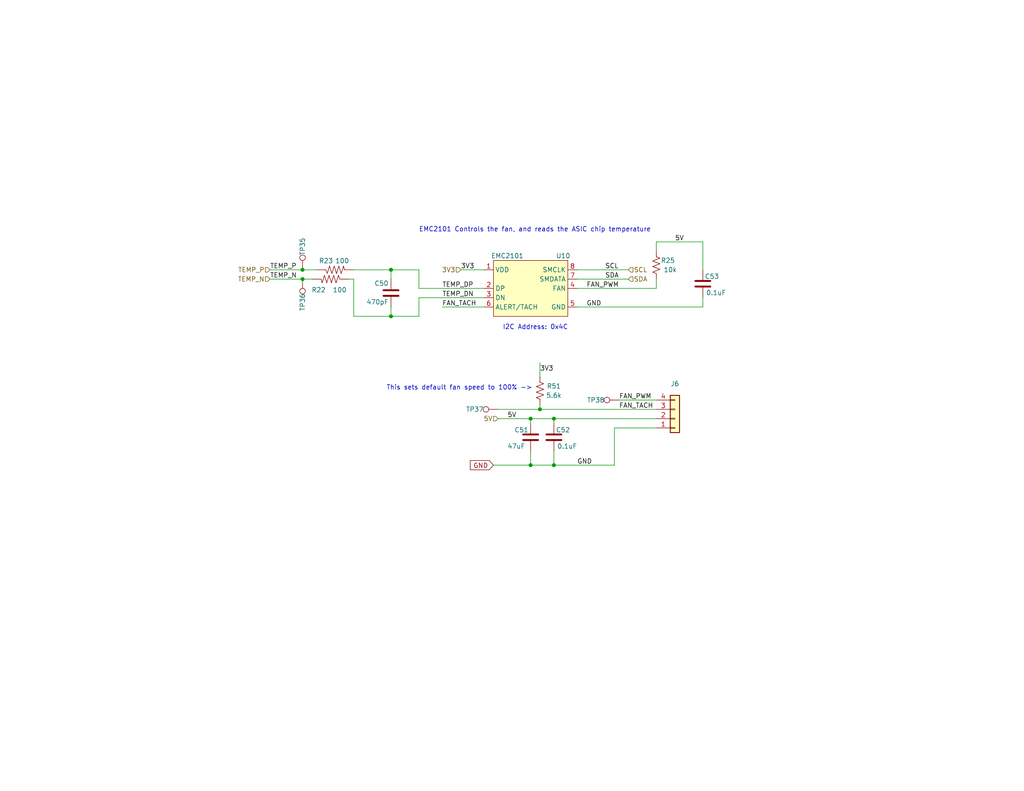
<source format=kicad_sch>
(kicad_sch (version 20231120) (generator "eeschema") (generator_version "8.0")
  (paper "A")
  (title_block (title "bitaxeSupra") (date "2024-04-07") (rev "402"))
  (lib_symbols
    (symbol "Connector:TestPoint" (pin_numbers hide) (pin_names (offset 0.762) hide)
      (property "Reference" "TP" (at 0 6.858 0))
      (property "Value" "TestPoint" (at 0 5.08 0))
      (symbol "TestPoint_0_1"
        (circle (center 0 3.302) (radius 0.762))
      )
      (symbol "TestPoint_1_1"
        (pin passive line (at 0 0 90) (length 2.54) (name "1") (number "1"))
      )
    )
    (symbol "Connector_Generic:Conn_01x04" (pin_names (offset 1.016) hide)
      (property "Reference" "J" (at 0 5.08 0))
      (property "Value" "Conn_01x04" (at 0 -7.62 0))
      (symbol "Conn_01x04_1_1"
        (rectangle (start -1.27 -4.953) (end 0 -5.207) (stroke (width 0.1524)))
        (rectangle (start -1.27 -2.413) (end 0 -2.667) (stroke (width 0.1524)))
        (rectangle (start -1.27 0.127) (end 0 -0.127) (stroke (width 0.1524)))
        (rectangle (start -1.27 2.667) (end 0 2.413) (stroke (width 0.1524)))
        (rectangle (start -1.27 3.81) (end 1.27 -6.35) (stroke (width 0.254)) (fill (type background)))
        (pin passive line (at -5.08 2.54 0) (length 3.81) (name "Pin_1") (number "1"))
        (pin passive line (at -5.08 0 0) (length 3.81) (name "Pin_2") (number "2"))
        (pin passive line (at -5.08 -2.54 0) (length 3.81) (name "Pin_3") (number "3"))
        (pin passive line (at -5.08 -5.08 0) (length 3.81) (name "Pin_4") (number "4"))
      )
    )
    (symbol "DayMiner-eagle-import:RESISTOR0402-RES"
      (property "Reference" "R" (at -3.81 1.4986 0))
      (property "Value" "RESISTOR0402-RES" (at -3.81 -3.302 0))
      (symbol "RESISTOR0402-RES_1_0"
        (polyline (pts (xy -2.54 0) (xy -2.159 1.016)) (stroke (width 0.1524)))
        (polyline (pts (xy -2.159 1.016) (xy -1.524 -1.016)) (stroke (width 0.1524)))
        (polyline (pts (xy -1.524 -1.016) (xy -0.889 1.016)) (stroke (width 0.1524)))
        (polyline (pts (xy -0.889 1.016) (xy -0.254 -1.016)) (stroke (width 0.1524)))
        (polyline (pts (xy -0.254 -1.016) (xy 0.381 1.016)) (stroke (width 0.1524)))
        (polyline (pts (xy 0.381 1.016) (xy 1.016 -1.016)) (stroke (width 0.1524)))
        (polyline (pts (xy 1.016 -1.016) (xy 1.651 1.016)) (stroke (width 0.1524)))
        (polyline (pts (xy 1.651 1.016) (xy 2.286 -1.016)) (stroke (width 0.1524)))
        (polyline (pts (xy 2.286 -1.016) (xy 2.54 0)) (stroke (width 0.1524)))
        (pin passive line (at -5.08 0 0) (length 2.54) (name "1") (number "1"))
        (pin passive line (at 5.08 0 180) (length 2.54) (name "2") (number "2"))
      )
    )
    (symbol "Device:C" (pin_numbers hide) (pin_names (offset 0.254))
      (property "Reference" "C" (at 0.635 2.54 0))
      (property "Value" "C" (at 0.635 -2.54 0))
      (symbol "C_0_1"
        (polyline (pts (xy -2.032 -0.762) (xy 2.032 -0.762)) (stroke (width 0.508)))
        (polyline (pts (xy -2.032 0.762) (xy 2.032 0.762)) (stroke (width 0.508)))
      )
      (symbol "C_1_1"
        (pin passive line (at 0 3.81 270) (length 2.794) (name "~") (number "1"))
        (pin passive line (at 0 -3.81 90) (length 2.794) (name "~") (number "2"))
      )
    )
    (symbol "Device:R_US" (pin_numbers hide) (pin_names (offset 0))
      (property "Reference" "R" (at 2.54 0 90))
      (property "Value" "R_US" (at -2.54 0 90))
      (symbol "R_US_0_1"
        (polyline (pts (xy 0 -2.286) (xy 0 -2.54)))
        (polyline (pts (xy 0 2.286) (xy 0 2.54)))
        (polyline (pts (xy 0 -0.762) (xy 1.016 -1.143) (xy 0 -1.524) (xy -1.016 -1.905) (xy 0 -2.286)))
        (polyline (pts (xy 0 0.762) (xy 1.016 0.381) (xy 0 0) (xy -1.016 -0.381) (xy 0 -0.762)))
        (polyline (pts (xy 0 2.286) (xy 1.016 1.905) (xy 0 1.524) (xy -1.016 1.143) (xy 0 0.762)))
      )
      (symbol "R_US_1_1"
        (pin passive line (at 0 3.81 270) (length 1.27) (name "~") (number "1"))
        (pin passive line (at 0 -3.81 90) (length 1.27) (name "~") (number "2"))
      )
    )
    (symbol "bitaxe:EMC2101"
      (property "Reference" "U7" (at 8.89 8.89 0))
      (property "Value" "EMC2101" (at -6.35 8.89 0))
      (symbol "EMC2101_0_1"
        (rectangle (start -10.16 7.62) (end 10.16 -7.62) (stroke (width 0.1524)) (fill (type background)))
      )
      (symbol "EMC2101_1_1"
        (pin power_in line (at -12.7 5.08 0) (length 2.54) (name "VDD") (number "1"))
        (pin input line (at -12.7 0 0) (length 2.54) (name "DP") (number "2"))
        (pin input line (at -12.7 -2.54 0) (length 2.54) (name "DN") (number "3"))
        (pin output line (at 12.7 0 180) (length 2.54) (name "FAN") (number "4"))
        (pin power_in line (at 12.7 -5.08 180) (length 2.54) (name "GND") (number "5"))
        (pin input line (at -12.7 -5.08 0) (length 2.54) (name "ALERT/TACH") (number "6"))
        (pin input line (at 12.7 2.54 180) (length 2.54) (name "SMDATA") (number "7"))
        (pin input line (at 12.7 5.08 180) (length 2.54) (name "SMCLK") (number "8"))
      )
    )
  )
  (junction (at 82.55 73.66))
  (junction (at 82.55 76.2))
  (junction (at 151.13 114.3))
  (junction (at 106.68 86.36))
  (junction (at 147.32 111.76))
  (junction (at 144.78 114.3))
  (junction (at 106.68 73.66))
  (junction (at 144.78 127))
  (junction (at 151.13 127))
  (wire (pts (xy 157.48 73.66) (xy 171.45 73.66)))
  (wire (pts (xy 144.78 123.19) (xy 144.78 127)))
  (wire (pts (xy 132.08 78.74) (xy 114.3 78.74)))
  (wire (pts (xy 135.89 111.76) (xy 147.32 111.76)))
  (wire (pts (xy 144.78 127) (xy 151.13 127)))
  (wire (pts (xy 179.07 66.04) (xy 191.77 66.04)))
  (wire (pts (xy 120.65 83.82) (xy 132.08 83.82)))
  (wire (pts (xy 147.32 111.76) (xy 179.07 111.76)))
  (wire (pts (xy 157.48 76.2) (xy 171.45 76.2)))
  (wire (pts (xy 144.78 114.3) (xy 151.13 114.3)))
  (wire (pts (xy 114.3 81.28) (xy 114.3 86.36)))
  (wire (pts (xy 125.73 73.66) (xy 132.08 73.66)))
  (wire (pts (xy 167.64 116.84) (xy 167.64 127)))
  (wire (pts (xy 191.77 81.28) (xy 191.77 83.82)))
  (wire (pts (xy 82.55 73.66) (xy 86.36 73.66)))
  (wire (pts (xy 191.77 66.04) (xy 191.77 73.66)))
  (wire (pts (xy 96.52 86.36) (xy 106.68 86.36)))
  (wire (pts (xy 179.07 66.04) (xy 179.07 68.58)))
  (wire (pts (xy 96.52 76.2) (xy 96.52 86.36)))
  (wire (pts (xy 151.13 114.3) (xy 179.07 114.3)))
  (wire (pts (xy 114.3 73.66) (xy 106.68 73.66)))
  (wire (pts (xy 151.13 114.3) (xy 151.13 115.57)))
  (wire (pts (xy 114.3 86.36) (xy 106.68 86.36)))
  (wire (pts (xy 179.07 78.74) (xy 179.07 76.2)))
  (wire (pts (xy 167.64 116.84) (xy 179.07 116.84)))
  (wire (pts (xy 96.52 76.2) (xy 95.25 76.2)))
  (wire (pts (xy 168.91 109.22) (xy 179.07 109.22)))
  (wire (pts (xy 157.48 83.82) (xy 191.77 83.82)))
  (wire (pts (xy 82.55 76.2) (xy 85.09 76.2)))
  (wire (pts (xy 147.32 110.49) (xy 147.32 111.76)))
  (wire (pts (xy 132.08 81.28) (xy 114.3 81.28)))
  (wire (pts (xy 106.68 73.66) (xy 106.68 76.2)))
  (wire (pts (xy 157.48 78.74) (xy 179.07 78.74)))
  (wire (pts (xy 135.89 114.3) (xy 144.78 114.3)))
  (wire (pts (xy 134.62 127) (xy 144.78 127)))
  (wire (pts (xy 144.78 114.3) (xy 144.78 115.57)))
  (wire (pts (xy 151.13 127) (xy 167.64 127)))
  (wire (pts (xy 114.3 78.74) (xy 114.3 73.66)))
  (wire (pts (xy 106.68 83.82) (xy 106.68 86.36)))
  (wire (pts (xy 73.66 76.2) (xy 82.55 76.2)))
  (wire (pts (xy 147.32 99.06) (xy 147.32 102.87)))
  (wire (pts (xy 106.68 73.66) (xy 96.52 73.66)))
  (wire (pts (xy 151.13 123.19) (xy 151.13 127)))
  (wire (pts (xy 73.66 73.66) (xy 82.55 73.66)))
  (text "EMC2101 Controls the fan, and reads the ASIC chip temperature" (at 114.3 63.5 0) (effects (font (size 1.27 1.27)) (justify left bottom)))
  (text "This sets default fan speed to 100% ->" (at 105.41 106.68 0) (effects (font (size 1.27 1.27)) (justify left bottom)))
  (text "I2C Address: 0x4C" (at 137.16 90.17 0) (effects (font (size 1.27 1.27)) (justify left bottom)))
  (label "5V" (at 184.15 66.04 0))
  (label "FAN_PWM" (at 160.02 78.74 0))
  (label "TEMP_DN" (at 120.65 81.28 0))
  (label "GND" (at 160.02 83.82 0))
  (label "TEMP_P" (at 73.66 73.66 0))
  (label "SCL" (at 165.1 73.66 0))
  (label "3V3" (at 147.32 101.6 0))
  (label "FAN_TACH" (at 120.65 83.82 0))
  (label "GND" (at 157.48 127 0))
  (label "FAN_PWM" (at 168.91 109.22 0))
  (label "3V3" (at 125.73 73.66 0))
  (label "5V" (at 138.43 114.3 0))
  (label "SDA" (at 165.1 76.2 0))
  (label "TEMP_DP" (at 120.65 78.74 0))
  (label "TEMP_N" (at 73.66 76.2 0))
  (label "FAN_TACH" (at 168.91 111.76 0))
  (global_label "GND" (shape input) (at 134.62 127 180) (property "Intersheetrefs" "${INTERSHEET_REFS}" (effects (hide yes))))
  (hierarchical_label "5V" (shape input) (at 135.89 114.3 180))
  (hierarchical_label "TEMP_P" (shape input) (at 73.66 73.66 180))
  (hierarchical_label "TEMP_N" (shape input) (at 73.66 76.2 180))
  (hierarchical_label "SCL" (shape input) (at 171.45 73.66 0))
  (hierarchical_label "3V3" (shape input) (at 125.73 73.66 180))
  (hierarchical_label "SDA" (shape input) (at 171.45 76.2 0))
  (symbol (lib_id "Connector:TestPoint") (at 168.91 109.22 90) (mirror x) (unit 1) (in_bom no)
    (property "Reference" "TP38" (at 162.56 109.22 90))
    (property "Value" "TestPoint" (effects (hide yes)))
    (property "Footprint" "TestPoint:TestPoint_Pad_D1.5mm" (effects (hide yes)))
  )
  (symbol (lib_id "Device:R_US") (at 147.32 106.68 180) (unit 1)
    (property "Reference" "R51" (at 151.13 105.41 0))
    (property "Value" "5.6k" (at 151.13 107.95 0))
    (property "Footprint" "Resistor_SMD:R_0402_1005Metric" (effects (hide yes)))
    (property "DK" "13-RC0402FR-135K6LCT-ND" (effects (hide yes)))
    (property "PARTNO" "RC0402FR-135K6L" (effects (hide yes)))
  )
  (symbol (lib_id "Device:C") (at 191.77 77.47 0) (mirror y) (unit 1)
    (property "Reference" "C53" (at 196.215 76.2 0) (effects (justify left bottom)))
    (property "Value" "0.1uF" (at 198.12 80.645 0) (effects (justify left bottom)))
    (property "Footprint" "Capacitor_SMD:C_0402_1005Metric" (effects (hide yes)))
    (property "DK" "1276-1234-1-ND" (effects (hide yes)))
    (property "PARTNO" "CL05A104KO5NNNC" (effects (hide yes)))
  )
  (symbol (lib_id "Device:C") (at 151.13 119.38 0) (mirror y) (unit 1)
    (property "Reference" "C52" (at 155.575 118.11 0) (effects (justify left bottom)))
    (property "Value" "0.1uF" (at 157.48 122.555 0) (effects (justify left bottom)))
    (property "Footprint" "Capacitor_SMD:C_0402_1005Metric" (effects (hide yes)))
    (property "DK" "1276-1234-1-ND" (effects (hide yes)))
    (property "PARTNO" "CL05A104KO5NNNC" (effects (hide yes)))
  )
  (symbol (lib_id "DayMiner-eagle-import:RESISTOR0402-RES") (at 90.17 76.2 0) (mirror y) (unit 1)
    (property "Reference" "R22" (at 88.9 79.88 0) (effects (justify left bottom)))
    (property "Value" "100" (at 94.615 79.88 0) (effects (justify left bottom)))
    (property "Footprint" "Resistor_SMD:R_0402_1005Metric" (effects (hide yes)))
    (property "DK" "311-100LRCT-ND" (effects (hide yes)))
    (property "PARTNO" "RC0402FR-07100RL" (effects (hide yes)))
  )
  (symbol (lib_id "Device:C") (at 106.68 80.01 0) (mirror y) (unit 1)
    (property "Reference" "C50" (at 106.045 78.105 0) (effects (justify left bottom)))
    (property "Value" "470pF" (at 106.045 83.185 0) (effects (justify left bottom)))
    (property "Footprint" "Capacitor_SMD:C_0402_1005Metric" (effects (hide yes)))
    (property "DK" "1276-1566-1-ND" (effects (hide yes)))
    (property "PARTNO" "CL05B471KB5NNNC" (effects (hide yes)))
  )
  (symbol (lib_id "Device:C") (at 144.78 119.38 0) (unit 1)
    (property "Reference" "C51" (at 140.335 118.11 0) (effects (justify left bottom)))
    (property "Value" "47uF" (at 138.43 122.555 0) (effects (justify left bottom)))
    (property "Footprint" "Capacitor_SMD:C_1210_3225Metric" (effects (hide yes)))
    (property "DK" "1276-3376-1-ND" (effects (hide yes)))
    (property "PARTNO" "CL32A476KOJNNNE" (effects (hide yes)))
  )
  (symbol (lib_id "Connector:TestPoint") (at 82.55 73.66 0) (unit 1) (in_bom no)
    (property "Reference" "TP35" (at 82.55 67.31 90))
    (property "Value" "TestPoint" (effects (hide yes)))
    (property "Footprint" "TestPoint:TestPoint_Pad_D1.5mm" (effects (hide yes)))
  )
  (symbol (lib_id "Connector_Generic:Conn_01x04") (at 184.15 114.3 0) (mirror x) (unit 1)
    (property "Reference" "J6" (at 184.15 104.775 0))
    (property "Value" "Conn_01x04" (effects (hide yes)))
    (property "Footprint" "bitaxe:470531000" (effects (hide yes)))
    (property "PARTNO" "0470531000" (effects (hide yes)))
    (property "DK" "WM4330-ND" (effects (hide yes)))
  )
  (symbol (lib_id "Connector:TestPoint") (at 82.55 76.2 180) (unit 1) (in_bom no)
    (property "Reference" "TP36" (at 82.55 82.55 90))
    (property "Value" "TestPoint" (effects (hide yes)))
    (property "Footprint" "TestPoint:TestPoint_Pad_D1.5mm" (effects (hide yes)))
  )
  (symbol (lib_id "DayMiner-eagle-import:RESISTOR0402-RES") (at 91.44 73.66 0) (mirror x) (unit 1)
    (property "Reference" "R23" (at 86.995 70.485 0) (effects (justify left bottom)))
    (property "Value" "100" (at 91.44 70.485 0) (effects (justify left bottom)))
    (property "Footprint" "Resistor_SMD:R_0402_1005Metric" (effects (hide yes)))
    (property "DK" "311-100LRCT-ND" (effects (hide yes)))
    (property "PARTNO" "RC0402FR-07100RL" (effects (hide yes)))
  )
  (symbol (lib_id "Connector:TestPoint") (at 135.89 111.76 90) (mirror x) (unit 1) (in_bom no)
    (property "Reference" "TP37" (at 129.54 111.76 90))
    (property "Value" "TestPoint" (effects (hide yes)))
    (property "Footprint" "TestPoint:TestPoint_Pad_D1.5mm" (effects (hide yes)))
  )
  (symbol (lib_id "Device:R_US") (at 179.07 72.39 180) (unit 1)
    (property "Reference" "R25" (at 182.245 71.12 0))
    (property "Value" "10k" (at 182.88 73.66 0))
    (property "Footprint" "Resistor_SMD:R_0402_1005Metric" (effects (hide yes)))
    (property "DK" "311-10KJRCT-ND" (effects (hide yes)))
    (property "PARTNO" "RC0402JR-0710KL" (effects (hide yes)))
  )
  (symbol (lib_id "bitaxe:EMC2101") (at 144.78 78.74 0) (unit 1)
    (property "Reference" "U10" (at 153.67 69.85 0))
    (property "Value" "EMC2101" (at 138.43 69.85 0))
    (property "Footprint" "Package_SO:TSSOP-8_3x3mm_P0.65mm" (effects (hide yes)))
    (property "Datasheet" "https://ww1.microchip.com/downloads/en/DeviceDoc/2101.pdf" (effects (hide yes)))
    (property "DK" "EMC2101-R-ACZL-CT-ND" (effects (hide yes)))
    (property "PARTNO" "EMC2101-R-ACZL-TR" (effects (hide yes)))
  )
)
</source>
